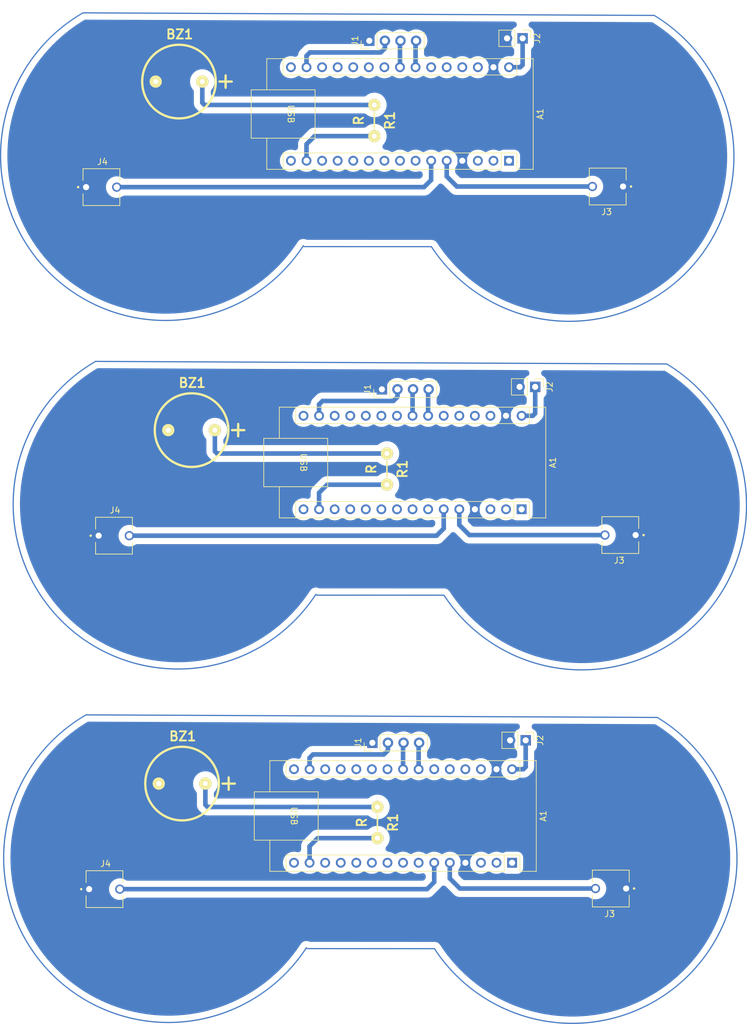
<source format=kicad_pcb>
(kicad_pcb (version 20221018) (generator pcbnew)
  (layers (0 "F.Cu" signal) (31 "B.Cu" signal) (34 "B.Paste" user) (35 "F.Paste" user) (36 "B.SilkS" user "B.Silkscreen") (37 "F.SilkS" user "F.Silkscreen") (38 "B.Mask" user) (39 "F.Mask" user) (44 "Edge.Cuts" user))
  (net 0 "")
  (net 4 "gnd")
  (net 5 "PULSADOR 1")
  (net 6 "PULSADOR 2")
  (net 14 "buzzer")
  (net 17 "3.3v")
  (net 23 "SCL")
  (net 24 "SDA")
  (net 29 "vcc")
  (net 30 "Net-(BZ1--)")
  (footprint "EESTN5:RES0.2" (layer "F.Cu") (at 103.775 153.8 90)
    (fp_text reference "R1" (at 0 2.54 90) (layer "F.SilkS") (effects (font (size 1.524 1.524) (thickness 0.3048))))
    (fp_text value "R" (at 0 -2.54 90) (layer "F.SilkS") (effects (font (size 1.524 1.524) (thickness 0.3048))))
    (fp_line (start -1.27 0) (end 1.27 0) (stroke (width 0.254)) (layer "F.SilkS"))
    (fp_circle (center -2.54 0) (end -2.159 0) (stroke (width 0.3048)) (fill none) (layer "F.SilkS"))
    (pad "1" thru_hole circle (at -2.54 0 90) (size 1.99898 1.99898) (drill 0.8001) (layers "*.Cu" "*.Mask" "F.SilkS") (net 14 "buzzer"))
    (pad "2" thru_hole circle (at 2.54 0 90) (size 1.99898 1.99898) (drill 0.8001) (layers "*.Cu" "*.Mask" "F.SilkS") (net 30 "Net-(BZ1--)"))
  )
  (footprint "Connector_PinHeader_2.54mm:PinHeader_1x02_P2.54mm_Vertical" (layer "F.Cu") (at 127.95 140.4 -90)
    (fp_text reference "J2" (at 0 -2.33 90) (layer "F.SilkS"))
    (fp_text value "Conn_01x02_Pin")
    (fp_line (start -1.33 -1.33) (end 0 -1.33) (stroke (width 0.12)) (layer "F.SilkS"))
    (fp_line (start -1.33 0) (end -1.33 -1.33) (stroke (width 0.12)) (layer "F.SilkS"))
    (fp_line (start -1.33 1.27) (end -1.33 3.87) (stroke (width 0.12)) (layer "F.SilkS"))
    (fp_line (start -1.33 1.27) (end 1.33 1.27) (stroke (width 0.12)) (layer "F.SilkS"))
    (fp_line (start -1.33 3.87) (end 1.33 3.87) (stroke (width 0.12)) (layer "F.SilkS"))
    (fp_line (start 1.33 1.27) (end 1.33 3.87) (stroke (width 0.12)) (layer "F.SilkS"))
    (pad "1" thru_hole rect (at 0 0 270) (size 1.7 1.7) (drill 1) (layers "*.Cu" "*.Mask") (net 29 "vcc"))
    (pad "2" thru_hole oval (at 0 2.54 270) (size 1.7 1.7) (drill 1) (layers "*.Cu" "*.Mask") (net 4 "gnd"))
  )
  (footprint "EESTN5:Buzzer_12mm" (layer "F.Cu") (at 71.925 147.45)
    (fp_text reference "BZ1" (at 0.1 -7.7) (layer "F.SilkS") (effects (font (size 1.5 1.5) (thickness 0.3))))
    (fp_text value "Buzzer" hide)
    (fp_line (start 6.6 0) (end 8.6 0) (stroke (width 0.37846)) (layer "F.SilkS"))
    (fp_line (start 7.6 1) (end 7.6 -1) (stroke (width 0.37846)) (layer "F.SilkS"))
    (fp_circle (center 0 0) (end -6 0) (stroke (width 0.37846)) (fill none) (layer "F.SilkS"))
    (pad "1" thru_hole circle (at 3.8 0) (size 2 2) (drill 0.8) (layers "*.Cu" "*.Mask" "F.SilkS") (net 30 "Net-(BZ1--)"))
    (pad "2" thru_hole circle (at -3.8 0) (size 2 2) (drill 0.8) (layers "*.Cu" "*.Mask" "F.SilkS") (net 4 "gnd"))
  )
  (footprint "BUTT-2:SW_BUTT-2" (layer "F.Cu") (at 60.825 107.05)
    (fp_text reference "J4" (at 0.175 -4.135) (layer "F.SilkS"))
    (fp_text value "Conn_02x01")
    (fp_line (start -3 -3) (end 3 -3) (stroke (width 0.127)) (layer "F.SilkS"))
    (fp_line (start -3 -1.075) (end -3 -3) (stroke (width 0.127)) (layer "F.SilkS"))
    (fp_line (start -3 3) (end -3 1.075) (stroke (width 0.127)) (layer "F.SilkS"))
    (fp_line (start 3 -3) (end 3 -1.075) (stroke (width 0.127)) (layer "F.SilkS"))
    (fp_line (start 3 1.075) (end 3 3) (stroke (width 0.127)) (layer "F.SilkS"))
    (fp_line (start 3 3) (end -3 3) (stroke (width 0.127)) (layer "F.SilkS"))
    (fp_circle (center -3.8 0) (end -3.7 0) (stroke (width 0.2)) (fill none) (layer "F.SilkS"))
    (pad "1" thru_hole circle (at -2.5 0) (size 1.508 1.508) (drill 1) (layers "*.Cu" "*.Mask") (net 4 "gnd"))
    (pad "2" thru_hole circle (at 2.5 0) (size 1.508 1.508) (drill 1) (layers "*.Cu" "*.Mask") (net 6 "PULSADOR 2"))
  )
  (footprint "Connector_PinHeader_2.54mm:PinHeader_1x02_P2.54mm_Vertical" (layer "F.Cu") (at 129.5 82.8 -90)
    (fp_text reference "J2" (at 0 -2.33 90) (layer "F.SilkS"))
    (fp_text value "Conn_01x02_Pin")
    (fp_line (start -1.33 -1.33) (end 0 -1.33) (stroke (width 0.12)) (layer "F.SilkS"))
    (fp_line (start -1.33 0) (end -1.33 -1.33) (stroke (width 0.12)) (layer "F.SilkS"))
    (fp_line (start -1.33 1.27) (end -1.33 3.87) (stroke (width 0.12)) (layer "F.SilkS"))
    (fp_line (start -1.33 1.27) (end 1.33 1.27) (stroke (width 0.12)) (layer "F.SilkS"))
    (fp_line (start -1.33 3.87) (end 1.33 3.87) (stroke (width 0.12)) (layer "F.SilkS"))
    (fp_line (start 1.33 1.27) (end 1.33 3.87) (stroke (width 0.12)) (layer "F.SilkS"))
    (pad "1" thru_hole rect (at 0 0 270) (size 1.7 1.7) (drill 1) (layers "*.Cu" "*.Mask") (net 29 "vcc"))
    (pad "2" thru_hole oval (at 0 2.54 270) (size 1.7 1.7) (drill 1) (layers "*.Cu" "*.Mask") (net 4 "gnd"))
  )
  (footprint "Connector_PinHeader_2.54mm:PinHeader_1x04_P2.54mm_Vertical" (layer "F.Cu") (at 102.455 26.4 90)
    (fp_text reference "J1" (at 0 -2.33 90) (layer "F.SilkS"))
    (fp_text value "Conn_01x04_Pin")
    (fp_line (start -1.33 -1.33) (end 0 -1.33) (stroke (width 0.12)) (layer "F.SilkS"))
    (fp_line (start -1.33 0) (end -1.33 -1.33) (stroke (width 0.12)) (layer "F.SilkS"))
    (fp_line (start -1.33 1.27) (end -1.33 8.95) (stroke (width 0.12)) (layer "F.SilkS"))
    (fp_line (start -1.33 1.27) (end 1.33 1.27) (stroke (width 0.12)) (layer "F.SilkS"))
    (fp_line (start -1.33 8.95) (end 1.33 8.95) (stroke (width 0.12)) (layer "F.SilkS"))
    (fp_line (start 1.33 1.27) (end 1.33 8.95) (stroke (width 0.12)) (layer "F.SilkS"))
    (pad "1" thru_hole rect (at 0 0 90) (size 1.7 1.7) (drill 1) (layers "*.Cu" "*.Mask") (net 4 "gnd"))
    (pad "2" thru_hole oval (at 0 2.54 90) (size 1.7 1.7) (drill 1) (layers "*.Cu" "*.Mask") (net 17 "3.3v"))
    (pad "3" thru_hole oval (at 0 5.08 90) (size 1.7 1.7) (drill 1) (layers "*.Cu" "*.Mask") (net 23 "SCL"))
    (pad "4" thru_hole oval (at 0 7.62 90) (size 1.7 1.7) (drill 1) (layers "*.Cu" "*.Mask") (net 24 "SDA"))
  )
  (footprint "Module:Arduino_Nano" (layer "F.Cu") (at 125.235 30.71 -90)
    (fp_text reference "A1" (at 7.62 -5.08 90) (layer "F.SilkS"))
    (fp_text value "Arduino_Nano_v2.x")
    (fp_text user "USB" (at 7.62 35.56 -90 unlocked) (layer "F.SilkS"))
    (fp_line (start -1.4 -3.94) (end 16.64 -3.94) (stroke (width 0.12)) (layer "F.SilkS"))
    (fp_line (start -1.4 39.5) (end -1.4 -3.94) (stroke (width 0.12)) (layer "F.SilkS"))
    (fp_line (start -1.4 39.5) (end 3.68 39.5) (stroke (width 0.12)) (layer "F.SilkS"))
    (fp_line (start 1.27 -1.27) (end -1.4 -1.27) (stroke (width 0.12)) (layer "F.SilkS"))
    (fp_line (start 1.27 -1.27) (end 1.27 36.83) (stroke (width 0.12)) (layer "F.SilkS"))
    (fp_line (start 1.27 36.83) (end -1.4 36.83) (stroke (width 0.12)) (layer "F.SilkS"))
    (fp_line (start 3.68 31.62) (end 3.68 42.04) (stroke (width 0.12)) (layer "F.SilkS"))
    (fp_line (start 3.68 42.04) (end 11.56 42.04) (stroke (width 0.12)) (layer "F.SilkS"))
    (fp_line (start 11.56 31.62) (end 3.68 31.62) (stroke (width 0.12)) (layer "F.SilkS"))
    (fp_line (start 11.56 42.04) (end 11.56 31.62) (stroke (width 0.12)) (layer "F.SilkS"))
    (fp_line (start 13.97 -1.27) (end 16.64 -1.27) (stroke (width 0.12)) (layer "F.SilkS"))
    (fp_line (start 13.97 1.27) (end 13.97 -1.27) (stroke (width 0.12)) (layer "F.SilkS"))
    (fp_line (start 13.97 1.27) (end 13.97 36.83) (stroke (width 0.12)) (layer "F.SilkS"))
    (fp_line (start 13.97 1.27) (end 16.64 1.27) (stroke (width 0.12)) (layer "F.SilkS"))
    (fp_line (start 13.97 36.83) (end 16.64 36.83) (stroke (width 0.12)) (layer "F.SilkS"))
    (fp_line (start 16.64 -3.94) (end 16.64 -1.27) (stroke (width 0.12)) (layer "F.SilkS"))
    (fp_line (start 16.64 1.27) (end 16.64 39.5) (stroke (width 0.12)) (layer "F.SilkS"))
    (fp_line (start 16.64 39.5) (end 11.56 39.5) (stroke (width 0.12)) (layer "F.SilkS"))
    (pad "1" thru_hole rect (at 15.24 0 270) (size 1.6 1.6) (drill 1) (layers "*.Cu" "*.Mask"))
    (pad "2" thru_hole oval (at 15.24 2.54 270) (size 1.6 1.6) (drill 1) (layers "*.Cu" "*.Mask"))
    (pad "3" thru_hole oval (at 15.24 5.08 270) (size 1.6 1.6) (drill 1) (layers "*.Cu" "*.Mask"))
    (pad "4" thru_hole oval (at 15.24 7.62 270) (size 1.6 1.6) (drill 1) (layers "*.Cu" "*.Mask") (net 4 "gnd"))
    (pad "5" thru_hole oval (at 15.24 10.16 270) (size 1.6 1.6) (drill 1) (layers "*.Cu" "*.Mask") (net 5 "PULSADOR 1"))
    (pad "6" thru_hole oval (at 15.24 12.7 270) (size 1.6 1.6) (drill 1) (layers "*.Cu" "*.Mask") (net 6 "PULSADOR 2"))
    (pad "7" thru_hole oval (at 15.24 15.24 270) (size 1.6 1.6) (drill 1) (layers "*.Cu" "*.Mask"))
    (pad "8" thru_hole oval (at 15.24 17.78 270) (size 1.6 1.6) (drill 1) (layers "*.Cu" "*.Mask"))
    (pad "9" thru_hole oval (at 15.24 20.32 270) (size 1.6 1.6) (drill 1) (layers "*.Cu" "*.Mask"))
    (pad "10" thru_hole oval (at 15.24 22.86 270) (size 1.6 1.6) (drill 1) (layers "*.Cu" "*.Mask"))
    (pad "11" thru_hole oval (at 15.24 25.4 270) (size 1.6 1.6) (drill 1) (layers "*.Cu" "*.Mask"))
    (pad "12" thru_hole oval (at 15.24 27.94 270) (size 1.6 1.6) (drill 1) (layers "*.Cu" "*.Mask"))
    (pad "13" thru_hole oval (at 15.24 30.48 270) (size 1.6 1.6) (drill 1) (layers "*.Cu" "*.Mask"))
    (pad "14" thru_hole oval (at 15.24 33.02 270) (size 1.6 1.6) (drill 1) (layers "*.Cu" "*.Mask") (net 14 "buzzer"))
    (pad "15" thru_hole oval (at 15.24 35.56 270) (size 1.6 1.6) (drill 1) (layers "*.Cu" "*.Mask"))
    (pad "16" thru_hole oval (at 0 35.56 270) (size 1.6 1.6) (drill 1) (layers "*.Cu" "*.Mask"))
    (pad "17" thru_hole oval (at 0 33.02 270) (size 1.6 1.6) (drill 1) (layers "*.Cu" "*.Mask") (net 17 "3.3v"))
    (pad "18" thru_hole oval (at 0 30.48 270) (size 1.6 1.6) (drill 1) (layers "*.Cu" "*.Mask"))
    (pad "19" thru_hole oval (at 0 27.94 270) (size 1.6 1.6) (drill 1) (layers "*.Cu" "*.Mask"))
    (pad "20" thru_hole oval (at 0 25.4 270) (size 1.6 1.6) (drill 1) (layers "*.Cu" "*.Mask"))
    (pad "21" thru_hole oval (at 0 22.86 270) (size 1.6 1.6) (drill 1) (layers "*.Cu" "*.Mask"))
    (pad "22" thru_hole oval (at 0 20.32 270) (size 1.6 1.6) (drill 1) (layers "*.Cu" "*.Mask"))
    (pad "23" thru_hole oval (at 0 17.78 270) (size 1.6 1.6) (drill 1) (layers "*.Cu" "*.Mask") (net 23 "SCL"))
    (pad "24" thru_hole oval (at 0 15.24 270) (size 1.6 1.6) (drill 1) (layers "*.Cu" "*.Mask") (net 24 "SDA"))
    (pad "25" thru_hole oval (at 0 12.7 270) (size 1.6 1.6) (drill 1) (layers "*.Cu" "*.Mask"))
    (pad "26" thru_hole oval (at 0 10.16 270) (size 1.6 1.6) (drill 1) (layers "*.Cu" "*.Mask"))
    (pad "27" thru_hole oval (at 0 7.62 270) (size 1.6 1.6) (drill 1) (layers "*.Cu" "*.Mask"))
    (pad "28" thru_hole oval (at 0 5.08 270) (size 1.6 1.6) (drill 1) (layers "*.Cu" "*.Mask"))
    (pad "29" thru_hole oval (at 0 2.54 270) (size 1.6 1.6) (drill 1) (layers "*.Cu" "*.Mask") (net 4 "gnd"))
    (pad "30" thru_hole oval (at 0 0 270) (size 1.6 1.6) (drill 1) (layers "*.Cu" "*.Mask") (net 29 "vcc"))
  )
  (footprint "EESTN5:RES0.2" (layer "F.Cu") (at 103.275 39.4 90)
    (fp_text reference "R1" (at 0 2.54 90) (layer "F.SilkS") (effects (font (size 1.524 1.524) (thickness 0.3048))))
    (fp_text value "R" (at 0 -2.54 90) (layer "F.SilkS") (effects (font (size 1.524 1.524) (thickness 0.3048))))
    (fp_line (start -1.27 0) (end 1.27 0) (stroke (width 0.254)) (layer "F.SilkS"))
    (fp_circle (center -2.54 0) (end -2.159 0) (stroke (width 0.3048)) (fill none) (layer "F.SilkS"))
    (pad "1" thru_hole circle (at -2.54 0 90) (size 1.99898 1.99898) (drill 0.8001) (layers "*.Cu" "*.Mask" "F.SilkS") (net 14 "buzzer"))
    (pad "2" thru_hole circle (at 2.54 0 90) (size 1.99898 1.99898) (drill 0.8001) (layers "*.Cu" "*.Mask" "F.SilkS") (net 30 "Net-(BZ1--)"))
  )
  (footprint "EESTN5:Buzzer_12mm" (layer "F.Cu") (at 71.425 33.05)
    (fp_text reference "BZ1" (at 0.1 -7.7) (layer "F.SilkS") (effects (font (size 1.5 1.5) (thickness 0.3))))
    (fp_text value "Buzzer" hide)
    (fp_line (start 6.6 0) (end 8.6 0) (stroke (width 0.37846)) (layer "F.SilkS"))
    (fp_line (start 7.6 1) (end 7.6 -1) (stroke (width 0.37846)) (layer "F.SilkS"))
    (fp_circle (center 0 0) (end -6 0) (stroke (width 0.37846)) (fill none) (layer "F.SilkS"))
    (pad "1" thru_hole circle (at 3.8 0) (size 2 2) (drill 0.8) (layers "*.Cu" "*.Mask" "F.SilkS") (net 30 "Net-(BZ1--)"))
    (pad "2" thru_hole circle (at -3.8 0) (size 2 2) (drill 0.8) (layers "*.Cu" "*.Mask" "F.SilkS") (net 4 "gnd"))
  )
  (footprint "BUTT-2:SW_BUTT-2" (layer "F.Cu") (at 58.775 50.25)
    (fp_text reference "J4" (at 0.175 -4.135) (layer "F.SilkS"))
    (fp_text value "Conn_02x01")
    (fp_line (start -3 -3) (end 3 -3) (stroke (width 0.127)) (layer "F.SilkS"))
    (fp_line (start -3 -1.075) (end -3 -3) (stroke (width 0.127)) (layer "F.SilkS"))
    (fp_line (start -3 3) (end -3 1.075) (stroke (width 0.127)) (layer "F.SilkS"))
    (fp_line (start 3 -3) (end 3 -1.075) (stroke (width 0.127)) (layer "F.SilkS"))
    (fp_line (start 3 1.075) (end 3 3) (stroke (width 0.127)) (layer "F.SilkS"))
    (fp_line (start 3 3) (end -3 3) (stroke (width 0.127)) (layer "F.SilkS"))
    (fp_circle (center -3.8 0) (end -3.7 0) (stroke (width 0.2)) (fill none) (layer "F.SilkS"))
    (pad "1" thru_hole circle (at -2.5 0) (size 1.508 1.508) (drill 1) (layers "*.Cu" "*.Mask") (net 4 "gnd"))
    (pad "2" thru_hole circle (at 2.5 0) (size 1.508 1.508) (drill 1) (layers "*.Cu" "*.Mask") (net 6 "PULSADOR 2"))
  )
  (footprint "EESTN5:RES0.2" (layer "F.Cu") (at 105.325 96.2 90)
    (fp_text reference "R1" (at 0 2.54 90) (layer "F.SilkS") (effects (font (size 1.524 1.524) (thickness 0.3048))))
    (fp_text value "R" (at 0 -2.54 90) (layer "F.SilkS") (effects (font (size 1.524 1.524) (thickness 0.3048))))
    (fp_line (start -1.27 0) (end 1.27 0) (stroke (width 0.254)) (layer "F.SilkS"))
    (fp_circle (center -2.54 0) (end -2.159 0) (stroke (width 0.3048)) (fill none) (layer "F.SilkS"))
    (pad "1" thru_hole circle (at -2.54 0 90) (size 1.99898 1.99898) (drill 0.8001) (layers "*.Cu" "*.Mask" "F.SilkS") (net 14 "buzzer"))
    (pad "2" thru_hole circle (at 2.54 0 90) (size 1.99898 1.99898) (drill 0.8001) (layers "*.Cu" "*.Mask" "F.SilkS") (net 30 "Net-(BZ1--)"))
  )
  (footprint "Connector_PinHeader_2.54mm:PinHeader_1x02_P2.54mm_Vertical" (layer "F.Cu") (at 127.45 26 -90)
    (fp_text reference "J2" (at 0 -2.33 90) (layer "F.SilkS"))
    (fp_text value "Conn_01x02_Pin")
    (fp_line (start -1.33 -1.33) (end 0 -1.33) (stroke (width 0.12)) (layer "F.SilkS"))
    (fp_line (start -1.33 0) (end -1.33 -1.33) (stroke (width 0.12)) (layer "F.SilkS"))
    (fp_line (start -1.33 1.27) (end -1.33 3.87) (stroke (width 0.12)) (layer "F.SilkS"))
    (fp_line (start -1.33 1.27) (end 1.33 1.27) (stroke (width 0.12)) (layer "F.SilkS"))
    (fp_line (start -1.33 3.87) (end 1.33 3.87) (stroke (width 0.12)) (layer "F.SilkS"))
    (fp_line (start 1.33 1.27) (end 1.33 3.87) (stroke (width 0.12)) (layer "F.SilkS"))
    (pad "1" thru_hole rect (at 0 0 270) (size 1.7 1.7) (drill 1) (layers "*.Cu" "*.Mask") (net 29 "vcc"))
    (pad "2" thru_hole oval (at 0 2.54 270) (size 1.7 1.7) (drill 1) (layers "*.Cu" "*.Mask") (net 4 "gnd"))
  )
  (footprint "BUTT-2:SW_BUTT-2" (layer "F.Cu") (at 59.275 164.65)
    (fp_text reference "J4" (at 0.175 -4.135) (layer "F.SilkS"))
    (fp_text value "Conn_02x01")
    (fp_line (start -3 -3) (end 3 -3) (stroke (width 0.127)) (layer "F.SilkS"))
    (fp_line (start -3 -1.075) (end -3 -3) (stroke (width 0.127)) (layer "F.SilkS"))
    (fp_line (start -3 3) (end -3 1.075) (stroke (width 0.127)) (layer "F.SilkS"))
    (fp_line (start 3 -3) (end 3 -1.075) (stroke (width 0.127)) (layer "F.SilkS"))
    (fp_line (start 3 1.075) (end 3 3) (stroke (width 0.127)) (layer "F.SilkS"))
    (fp_line (start 3 3) (end -3 3) (stroke (width 0.127)) (layer "F.SilkS"))
    (fp_circle (center -3.8 0) (end -3.7 0) (stroke (width 0.2)) (fill none) (layer "F.SilkS"))
    (pad "1" thru_hole circle (at -2.5 0) (size 1.508 1.508) (drill 1) (layers "*.Cu" "*.Mask") (net 4 "gnd"))
    (pad "2" thru_hole circle (at 2.5 0) (size 1.508 1.508) (drill 1) (layers "*.Cu" "*.Mask") (net 6 "PULSADOR 2"))
  )
  (footprint "BUTT-2:SW_BUTT-2" (layer "F.Cu") (at 141.325 50.15 180)
    (fp_text reference "J3" (at 0.175 -4.135) (layer "F.SilkS"))
    (fp_text value "Conn_02x01")
    (fp_line (start -3 -3) (end 3 -3) (stroke (width 0.127)) (layer "F.SilkS"))
    (fp_line (start -3 -1.075) (end -3 -3) (stroke (width 0.127)) (layer "F.SilkS"))
    (fp_line (start -3 3) (end -3 1.075) (stroke (width 0.127)) (layer "F.SilkS"))
    (fp_line (start 3 -3) (end 3 -1.075) (stroke (width 0.127)) (layer "F.SilkS"))
    (fp_line (start 3 1.075) (end 3 3) (stroke (width 0.127)) (layer "F.SilkS"))
    (fp_line (start 3 3) (end -3 3) (stroke (width 0.127)) (layer "F.SilkS"))
    (fp_circle (center -3.8 0) (end -3.7 0) (stroke (width 0.2)) (fill none) (layer "F.SilkS"))
    (pad "1" thru_hole circle (at -2.5 0 180) (size 1.508 1.508) (drill 1) (layers "*.Cu" "*.Mask") (net 4 "gnd"))
    (pad "2" thru_hole circle (at 2.5 0 180) (size 1.508 1.508) (drill 1) (layers "*.Cu" "*.Mask") (net 5 "PULSADOR 1"))
  )
  (footprint "EESTN5:Buzzer_12mm" (layer "F.Cu") (at 73.475 89.85)
    (fp_text reference "BZ1" (at 0.1 -7.7) (layer "F.SilkS") (effects (font (size 1.5 1.5) (thickness 0.3))))
    (fp_text value "Buzzer" hide)
    (fp_line (start 6.6 0) (end 8.6 0) (stroke (width 0.37846)) (layer "F.SilkS"))
    (fp_line (start 7.6 1) (end 7.6 -1) (stroke (width 0.37846)) (layer "F.SilkS"))
    (fp_circle (center 0 0) (end -6 0) (stroke (width 0.37846)) (fill none) (layer "F.SilkS"))
    (pad "1" thru_hole circle (at 3.8 0) (size 2 2) (drill 0.8) (layers "*.Cu" "*.Mask" "F.SilkS") (net 30 "Net-(BZ1--)"))
    (pad "2" thru_hole circle (at -3.8 0) (size 2 2) (drill 0.8) (layers "*.Cu" "*.Mask" "F.SilkS") (net 4 "gnd"))
  )
  (footprint "Connector_PinHeader_2.54mm:PinHeader_1x04_P2.54mm_Vertical" (layer "F.Cu") (at 104.505 83.2 90)
    (fp_text reference "J1" (at 0 -2.33 90) (layer "F.SilkS"))
    (fp_text value "Conn_01x04_Pin")
    (fp_line (start -1.33 -1.33) (end 0 -1.33) (stroke (width 0.12)) (layer "F.SilkS"))
    (fp_line (start -1.33 0) (end -1.33 -1.33) (stroke (width 0.12)) (layer "F.SilkS"))
    (fp_line (start -1.33 1.27) (end -1.33 8.95) (stroke (width 0.12)) (layer "F.SilkS"))
    (fp_line (start -1.33 1.27) (end 1.33 1.27) (stroke (width 0.12)) (layer "F.SilkS"))
    (fp_line (start -1.33 8.95) (end 1.33 8.95) (stroke (width 0.12)) (layer "F.SilkS"))
    (fp_line (start 1.33 1.27) (end 1.33 8.95) (stroke (width 0.12)) (layer "F.SilkS"))
    (pad "1" thru_hole rect (at 0 0 90) (size 1.7 1.7) (drill 1) (layers "*.Cu" "*.Mask") (net 4 "gnd"))
    (pad "2" thru_hole oval (at 0 2.54 90) (size 1.7 1.7) (drill 1) (layers "*.Cu" "*.Mask") (net 17 "3.3v"))
    (pad "3" thru_hole oval (at 0 5.08 90) (size 1.7 1.7) (drill 1) (layers "*.Cu" "*.Mask") (net 23 "SCL"))
    (pad "4" thru_hole oval (at 0 7.62 90) (size 1.7 1.7) (drill 1) (layers "*.Cu" "*.Mask") (net 24 "SDA"))
  )
  (footprint "BUTT-2:SW_BUTT-2" (layer "F.Cu") (at 141.825 164.55 180)
    (fp_text reference "J3" (at 0.175 -4.135) (layer "F.SilkS"))
    (fp_text value "Conn_02x01")
    (fp_line (start -3 -3) (end 3 -3) (stroke (width 0.127)) (layer "F.SilkS"))
    (fp_line (start -3 -1.075) (end -3 -3) (stroke (width 0.127)) (layer "F.SilkS"))
    (fp_line (start -3 3) (end -3 1.075) (stroke (width 0.127)) (layer "F.SilkS"))
    (fp_line (start 3 -3) (end 3 -1.075) (stroke (width 0.127)) (layer "F.SilkS"))
    (fp_line (start 3 1.075) (end 3 3) (stroke (width 0.127)) (layer "F.SilkS"))
    (fp_line (start 3 3) (end -3 3) (stroke (width 0.127)) (layer "F.SilkS"))
    (fp_circle (center -3.8 0) (end -3.7 0) (stroke (width 0.2)) (fill none) (layer "F.SilkS"))
    (pad "1" thru_hole circle (at -2.5 0 180) (size 1.508 1.508) (drill 1) (layers "*.Cu" "*.Mask") (net 4 "gnd"))
    (pad "2" thru_hole circle (at 2.5 0 180) (size 1.508 1.508) (drill 1) (layers "*.Cu" "*.Mask") (net 5 "PULSADOR 1"))
  )
  (footprint "Module:Arduino_Nano" (layer "F.Cu") (at 125.735 145.11 -90)
    (fp_text reference "A1" (at 7.62 -5.08 90) (layer "F.SilkS"))
    (fp_text value "Arduino_Nano_v2.x")
    (fp_text user "USB" (at 7.62 35.56 -90 unlocked) (layer "F.SilkS"))
    (fp_line (start -1.4 -3.94) (end 16.64 -3.94) (stroke (width 0.12)) (layer "F.SilkS"))
    (fp_line (start -1.4 39.5) (end -1.4 -3.94) (stroke (width 0.12)) (layer "F.SilkS"))
    (fp_line (start -1.4 39.5) (end 3.68 39.5) (stroke (width 0.12)) (layer "F.SilkS"))
    (fp_line (start 1.27 -1.27) (end -1.4 -1.27) (stroke (width 0.12)) (layer "F.SilkS"))
    (fp_line (start 1.27 -1.27) (end 1.27 36.83) (stroke (width 0.12)) (layer "F.SilkS"))
    (fp_line (start 1.27 36.83) (end -1.4 36.83) (stroke (width 0.12)) (layer "F.SilkS"))
    (fp_line (start 3.68 31.62) (end 3.68 42.04) (stroke (width 0.12)) (layer "F.SilkS"))
    (fp_line (start 3.68 42.04) (end 11.56 42.04) (stroke (width 0.12)) (layer "F.SilkS"))
    (fp_line (start 11.56 31.62) (end 3.68 31.62) (stroke (width 0.12)) (layer "F.SilkS"))
    (fp_line (start 11.56 42.04) (end 11.56 31.62) (stroke (width 0.12)) (layer "F.SilkS"))
    (fp_line (start 13.97 -1.27) (end 16.64 -1.27) (stroke (width 0.12)) (layer "F.SilkS"))
    (fp_line (start 13.97 1.27) (end 13.97 -1.27) (stroke (width 0.12)) (layer "F.SilkS"))
    (fp_line (start 13.97 1.27) (end 13.97 36.83) (stroke (width 0.12)) (layer "F.SilkS"))
    (fp_line (start 13.97 1.27) (end 16.64 1.27) (stroke (width 0.12)) (layer "F.SilkS"))
    (fp_line (start 13.97 36.83) (end 16.64 36.83) (stroke (width 0.12)) (layer "F.SilkS"))
    (fp_line (start 16.64 -3.94) (end 16.64 -1.27) (stroke (width 0.12)) (layer "F.SilkS"))
    (fp_line (start 16.64 1.27) (end 16.64 39.5) (stroke (width 0.12)) (layer "F.SilkS"))
    (fp_line (start 16.64 39.5) (end 11.56 39.5) (stroke (width 0.12)) (layer "F.SilkS"))
    (pad "1" thru_hole rect (at 15.24 0 270) (size 1.6 1.6) (drill 1) (layers "*.Cu" "*.Mask"))
    (pad "2" thru_hole oval (at 15.24 2.54 270) (size 1.6 1.6) (drill 1) (layers "*.Cu" "*.Mask"))
    (pad "3" thru_hole oval (at 15.24 5.08 270) (size 1.6 1.6) (drill 1) (layers "*.Cu" "*.Mask"))
    (pad "4" thru_hole oval (at 15.24 7.62 270) (size 1.6 1.6) (drill 1) (layers "*.Cu" "*.Mask") (net 4 "gnd"))
    (pad "5" thru_hole oval (at 15.24 10.16 270) (size 1.6 1.6) (drill 1) (layers "*.Cu" "*.Mask") (net 5 "PULSADOR 1"))
    (pad "6" thru_hole oval (at 15.24 12.7 270) (size 1.6 1.6) (drill 1) (layers "*.Cu" "*.Mask") (net 6 "PULSADOR 2"))
    (pad "7" thru_hole oval (at 15.24 15.24 270) (size 1.6 1.6) (drill 1) (layers "*.Cu" "*.Mask"))
    (pad "8" thru_hole oval (at 15.24 17.78 270) (size 1.6 1.6) (drill 1) (layers "*.Cu" "*.Mask"))
    (pad "9" thru_hole oval (at 15.24 20.32 270) (size 1.6 1.6) (drill 1) (layers "*.Cu" "*.Mask"))
    (pad "10" thru_hole oval (at 15.24 22.86 270) (size 1.6 1.6) (drill 1) (layers "*.Cu" "*.Mask"))
    (pad "11" thru_hole oval (at 15.24 25.4 270) (size 1.6 1.6) (drill 1) (layers "*.Cu" "*.Mask"))
    (pad "12" thru_hole oval (at 15.24 27.94 270) (size 1.6 1.6) (drill 1) (layers "*.Cu" "*.Mask"))
    (pad "13" thru_hole oval (at 15.24 30.48 270) (size 1.6 1.6) (drill 1) (layers "*.Cu" "*.Mask"))
    (pad "14" thru_hole oval (at 15.24 33.02 270) (size 1.6 1.6) (drill 1) (layers "*.Cu" "*.Mask") (net 14 "buzzer"))
    (pad "15" thru_hole oval (at 15.24 35.56 270) (size 1.6 1.6) (drill 1) (layers "*.Cu" "*.Mask"))
    (pad "16" thru_hole oval (at 0 35.56 270) (size 1.6 1.6) (drill 1) (layers "*.Cu" "*.Mask"))
    (pad "17" thru_hole oval (at 0 33.02 270) (size 1.6 1.6) (drill 1) (layers "*.Cu" "*.Mask") (net 17 "3.3v"))
    (pad "18" thru_hole oval (at 0 30.48 270) (size 1.6 1.6) (drill 1) (layers "*.Cu" "*.Mask"))
    (pad "19" thru_hole oval (at 0 27.94 270) (size 1.6 1.6) (drill 1) (layers "*.Cu" "*.Mask"))
    (pad "20" thru_hole oval (at 0 25.4 270) (size 1.6 1.6) (drill 1) (layers "*.Cu" "*.Mask"))
    (pad "21" thru_hole oval (at 0 22.86 270) (size 1.6 1.6) (drill 1) (layers "*.Cu" "*.Mask"))
    (pad "22" thru_hole oval (at 0 20.32 270) (size 1.6 1.6) (drill 1) (layers "*.Cu" "*.Mask"))
    (pad "23" thru_hole oval (at 0 17.78 270) (size 1.6 1.6) (drill 1) (layers "*.Cu" "*.Mask") (net 23 "SCL"))
    (pad "24" thru_hole oval (at 0 15.24 270) (size 1.6 1.6) (drill 1) (layers "*.Cu" "*.Mask") (net 24 "SDA"))
    (pad "25" thru_hole oval (at 0 12.7 270) (size 1.6 1.6) (drill 1) (layers "*.Cu" "*.Mask"))
    (pad "26" thru_hole oval (at 0 10.16 270) (size 1.6 1.6) (drill 1) (layers "*.Cu" "*.Mask"))
    (pad "27" thru_hole oval (at 0 7.62 270) (size 1.6 1.6) (drill 1) (layers "*.Cu" "*.Mask"))
    (pad "28" thru_hole oval (at 0 5.08 270) (size 1.6 1.6) (drill 1) (layers "*.Cu" "*.Mask"))
    (pad "29" thru_hole oval (at 0 2.54 270) (size 1.6 1.6) (drill 1) (layers "*.Cu" "*.Mask") (net 4 "gnd"))
    (pad "30" thru_hole oval (at 0 0 270) (size 1.6 1.6) (drill 1) (layers "*.Cu" "*.Mask") (net 29 "vcc"))
  )
  (footprint "Connector_PinHeader_2.54mm:PinHeader_1x04_P2.54mm_Vertical" (layer "F.Cu") (at 102.955 140.8 90)
    (fp_text reference "J1" (at 0 -2.33 90) (layer "F.SilkS"))
    (fp_text value "Conn_01x04_Pin")
    (fp_line (start -1.33 -1.33) (end 0 -1.33) (stroke (width 0.12)) (layer "F.SilkS"))
    (fp_line (start -1.33 0) (end -1.33 -1.33) (stroke (width 0.12)) (layer "F.SilkS"))
    (fp_line (start -1.33 1.27) (end -1.33 8.95) (stroke (width 0.12)) (layer "F.SilkS"))
    (fp_line (start -1.33 1.27) (end 1.33 1.27) (stroke (width 0.12)) (layer "F.SilkS"))
    (fp_line (start -1.33 8.95) (end 1.33 8.95) (stroke (width 0.12)) (layer "F.SilkS"))
    (fp_line (start 1.33 1.27) (end 1.33 8.95) (stroke (width 0.12)) (layer "F.SilkS"))
    (pad "1" thru_hole rect (at 0 0 90) (size 1.7 1.7) (drill 1) (layers "*.Cu" "*.Mask") (net 4 "gnd"))
    (pad "2" thru_hole oval (at 0 2.54 90) (size 1.7 1.7) (drill 1) (layers "*.Cu" "*.Mask") (net 17 "3.3v"))
    (pad "3" thru_hole oval (at 0 5.08 90) (size 1.7 1.7) (drill 1) (layers "*.Cu" "*.Mask") (net 23 "SCL"))
    (pad "4" thru_hole oval (at 0 7.62 90) (size 1.7 1.7) (drill 1) (layers "*.Cu" "*.Mask") (net 24 "SDA"))
  )
  (footprint "Module:Arduino_Nano" (layer "F.Cu") (at 127.285 87.51 -90)
    (fp_text reference "A1" (at 7.62 -5.08 90) (layer "F.SilkS"))
    (fp_text value "Arduino_Nano_v2.x")
    (fp_text user "USB" (at 7.62 35.56 -90 unlocked) (layer "F.SilkS"))
    (fp_line (start -1.4 -3.94) (end 16.64 -3.94) (stroke (width 0.12)) (layer "F.SilkS"))
    (fp_line (start -1.4 39.5) (end -1.4 -3.94) (stroke (width 0.12)) (layer "F.SilkS"))
    (fp_line (start -1.4 39.5) (end 3.68 39.5) (stroke (width 0.12)) (layer "F.SilkS"))
    (fp_line (start 1.27 -1.27) (end -1.4 -1.27) (stroke (width 0.12)) (layer "F.SilkS"))
    (fp_line (start 1.27 -1.27) (end 1.27 36.83) (stroke (width 0.12)) (layer "F.SilkS"))
    (fp_line (start 1.27 36.83) (end -1.4 36.83) (stroke (width 0.12)) (layer "F.SilkS"))
    (fp_line (start 3.68 31.62) (end 3.68 42.04) (stroke (width 0.12)) (layer "F.SilkS"))
    (fp_line (start 3.68 42.04) (end 11.56 42.04) (stroke (width 0.12)) (layer "F.SilkS"))
    (fp_line (start 11.56 31.62) (end 3.68 31.62) (stroke (width 0.12)) (layer "F.SilkS"))
    (fp_line (start 11.56 42.04) (end 11.56 31.62) (stroke (width 0.12)) (layer "F.SilkS"))
    (fp_line (start 13.97 -1.27) (end 16.64 -1.27) (stroke (width 0.12)) (layer "F.SilkS"))
    (fp_line (start 13.97 1.27) (end 13.97 -1.27) (stroke (width 0.12)) (layer "F.SilkS"))
    (fp_line (start 13.97 1.27) (end 13.97 36.83) (stroke (width 0.12)) (layer "F.SilkS"))
    (fp_line (start 13.97 1.27) (end 16.64 1.27) (stroke (width 0.12)) (layer "F.SilkS"))
    (fp_line (start 13.97 36.83) (end 16.64 36.83) (stroke (width 0.12)) (layer "F.SilkS"))
    (fp_line (start 16.64 -3.94) (end 16.64 -1.27) (stroke (width 0.12)) (layer "F.SilkS"))
    (fp_line (start 16.64 1.27) (end 16.64 39.5) (stroke (width 0.12)) (layer "F.SilkS"))
    (fp_line (start 16.64 39.5) (end 11.56 39.5) (stroke (width 0.12)) (layer "F.SilkS"))
    (pad "1" thru_hole rect (at 15.24 0 270) (size 1.6 1.6) (drill 1) (layers "*.Cu" "*.Mask"))
    (pad "2" thru_hole oval (at 15.24 2.54 270) (size 1.6 1.6) (drill 1) (layers "*.Cu" "*.Mask"))
    (pad "3" thru_hole oval (at 15.24 5.08 270) (size 1.6 1.6) (drill 1) (layers "*.Cu" "*.Mask"))
    (pad "4" thru_hole oval (at 15.24 7.62 270) (size 1.6 1.6) (drill 1) (layers "*.Cu" "*.Mask") (net 4 "gnd"))
    (pad "5" thru_hole oval (at 15.24 10.16 270) (size 1.6 1.6) (drill 1) (layers "*.Cu" "*.Mask") (net 5 "PULSADOR 1"))
    (pad "6" thru_hole oval (at 15.24 12.7 270) (size 1.6 1.6) (drill 1) (layers "*.Cu" "*.Mask") (net 6 "PULSADOR 2"))
    (pad "7" thru_hole oval (at 15.24 15.24 270) (size 1.6 1.6) (drill 1) (layers "*.Cu" "*.Mask"))
    (pad "8" thru_hole oval (at 15.24 17.78 270) (size 1.6 1.6) (drill 1) (layers "*.Cu" "*.Mask"))
    (pad "9" thru_hole oval (at 15.24 20.32 270) (size 1.6 1.6) (drill 1) (layers "*.Cu" "*.Mask"))
    (pad "10" thru_hole oval (at 15.24 22.86 270) (size 1.6 1.6) (drill 1) (layers "*.Cu" "*.Mask"))
    (pad "11" thru_hole oval (at 15.24 25.4 270) (size 1.6 1.6) (drill 1) (layers "*.Cu" "*.Mask"))
    (pad "12" thru_hole oval (at 15.24 27.94 270) (size 1.6 1.6) (drill 1) (layers "*.Cu" "*.Mask"))
    (pad "13" thru_hole oval (at 15.24 30.48 270) (size 1.6 1.6) (drill 1) (layers "*.Cu" "*.Mask"))
    (pad "14" thru_hole oval (at 15.24 33.02 270) (size 1.6 1.6) (drill 1) (layers "*.Cu" "*.Mask") (net 14 "buzzer"))
    (pad "15" thru_hole oval (at 15.24 35.56 270) (size 1.6 1.6) (drill 1) (layers "*.Cu" "*.Mask"))
    (pad "16" thru_hole oval (at 0 35.56 270) (size 1.6 1.6) (drill 1) (layers "*.Cu" "*.Mask"))
    (pad "17" thru_hole oval (at 0 33.02 270) (size 1.6 1.6) (drill 1) (layers "*.Cu" "*.Mask") (net 17 "3.3v"))
    (pad "18" thru_hole oval (at 0 30.48 270) (size 1.6 1.6) (drill 1) (layers "*.Cu" "*.Mask"))
    (pad "19" thru_hole oval (at 0 27.94 270) (size 1.6 1.6) (drill 1) (layers "*.Cu" "*.Mask"))
    (pad "20" thru_hole oval (at 0 25.4 270) (size 1.6 1.6) (drill 1) (layers "*.Cu" "*.Mask"))
    (pad "21" thru_hole oval (at 0 22.86 270) (size 1.6 1.6) (drill 1) (layers "*.Cu" "*.Mask"))
    (pad "22" thru_hole oval (at 0 20.32 270) (size 1.6 1.6) (drill 1) (layers "*.Cu" "*.Mask"))
    (pad "23" thru_hole oval (at 0 17.78 270) (size 1.6 1.6) (drill 1) (layers "*.Cu" "*.Mask") (net 23 "SCL"))
    (pad "24" thru_hole oval (at 0 15.24 270) (size 1.6 1.6) (drill 1) (layers "*.Cu" "*.Mask") (net 24 "SDA"))
    (pad "25" thru_hole oval (at 0 12.7 270) (size 1.6 1.6) (drill 1) (layers "*.Cu" "*.Mask"))
    (pad "26" thru_hole oval (at 0 10.16 270) (size 1.6 1.6) (drill 1) (layers "*.Cu" "*.Mask"))
    (pad "27" thru_hole oval (at 0 7.62 270) (size 1.6 1.6) (drill 1) (layers "*.Cu" "*.Mask"))
    (pad "28" thru_hole oval (at 0 5.08 270) (size 1.6 1.6) (drill 1) (layers "*.Cu" "*.Mask"))
    (pad "29" thru_hole oval (at 0 2.54 270) (size 1.6 1.6) (drill 1) (layers "*.Cu" "*.Mask") (net 4 "gnd"))
    (pad "30" thru_hole oval (at 0 0 270) (size 1.6 1.6) (drill 1) (layers "*.Cu" "*.Mask") (net 29 "vcc"))
  )
  (footprint "BUTT-2:SW_BUTT-2" (layer "F.Cu") (at 143.375 106.95 180)
    (fp_text reference "J3" (at 0.175 -4.135) (layer "F.SilkS"))
    (fp_text value "Conn_02x01")
    (fp_line (start -3 -3) (end 3 -3) (stroke (width 0.127)) (layer "F.SilkS"))
    (fp_line (start -3 -1.075) (end -3 -3) (stroke (width 0.127)) (layer "F.SilkS"))
    (fp_line (start -3 3) (end -3 1.075) (stroke (width 0.127)) (layer "F.SilkS"))
    (fp_line (start 3 -3) (end 3 -1.075) (stroke (width 0.127)) (layer "F.SilkS"))
    (fp_line (start 3 1.075) (end 3 3) (stroke (width 0.127)) (layer "F.SilkS"))
    (fp_line (start 3 3) (end -3 3) (stroke (width 0.127)) (layer "F.SilkS"))
    (fp_circle (center -3.8 0) (end -3.7 0) (stroke (width 0.2)) (fill none) (layer "F.SilkS"))
    (pad "1" thru_hole circle (at -2.5 0 180) (size 1.508 1.508) (drill 1) (layers "*.Cu" "*.Mask") (net 4 "gnd"))
    (pad "2" thru_hole circle (at 2.5 0 180) (size 1.508 1.508) (drill 1) (layers "*.Cu" "*.Mask") (net 5 "PULSADOR 1"))
  )
  (gr_line (start 56.275 136.25) (end 149.404157 136.669744) (stroke (width 0.2)) (layer "B.Cu"))
  (gr_arc (start 150.954157 79.069744) (mid 156.432014 120.704562) (end 114.625 116.75) (stroke (width 0.2)) (layer "B.Cu"))
  (gr_line (start 57.825 78.65) (end 150.954157 79.069744) (stroke (width 0.2)) (layer "B.Cu"))
  (gr_arc (start 148.904157 22.269744) (mid 154.382014 63.904562) (end 112.575 59.95) (stroke (width 0.2)) (layer "B.Cu"))
  (gr_arc (start 93.743759 116.60311) (mid 51.742754 120.379513) (end 57.825 78.650001) (stroke (width 0.2)) (layer "B.Cu"))
  (gr_line (start 91.81911 59.941051) (end 112.575 59.95) (stroke (width 0.2)) (layer "B.Cu"))
  (gr_arc (start 149.404157 136.669744) (mid 154.882014 178.304562) (end 113.075 174.35) (stroke (width 0.2)) (layer "B.Cu"))
  (gr_line (start 93.86911 116.741051) (end 114.625 116.75) (stroke (width 0.2)) (layer "B.Cu"))
  (gr_line (start 55.775 21.85) (end 148.904157 22.269744) (stroke (width 0.2)) (layer "B.Cu"))
  (gr_arc (start 91.693759 59.80311) (mid 49.692753 63.579511) (end 55.775 21.850001) (stroke (width 0.2)) (layer "B.Cu"))
  (gr_line (start 92.31911 174.341051) (end 113.075 174.35) (stroke (width 0.2)) (layer "B.Cu"))
  (gr_arc (start 92.193759 174.20311) (mid 50.192753 177.979511) (end 56.275 136.250001) (stroke (width 0.2)) (layer "B.Cu"))
  (segment (start 138.825 50.15) (end 116.725 50.15) (width 0.75) (layer "B.Cu") (net 5))
  (segment (start 140.875 106.95) (end 118.775 106.95) (width 0.75) (layer "B.Cu") (net 5))
  (segment (start 117.225 164.55) (end 115.575 162.9) (width 0.75) (layer "B.Cu") (net 5))
  (segment (start 118.775 106.95) (end 117.125 105.3) (width 0.75) (layer "B.Cu") (net 5))
  (segment (start 117.125 105.3) (end 117.125 102.75) (width 0.75) (layer "B.Cu") (net 5))
  (segment (start 115.075 48.5) (end 115.075 45.95) (width 0.75) (layer "B.Cu") (net 5))
  (segment (start 116.725 50.15) (end 115.075 48.5) (width 0.75) (layer "B.Cu") (net 5))
  (segment (start 115.575 162.9) (end 115.575 160.35) (width 0.75) (layer "B.Cu") (net 5))
  (segment (start 139.325 164.55) (end 117.225 164.55) (width 0.75) (layer "B.Cu") (net 5))
  (segment (start 112.535 49.09) (end 112.535 45.95) (width 0.75) (layer "B.Cu") (net 6))
  (segment (start 61.275 50.25) (end 111.375 50.25) (width 0.75) (layer "B.Cu") (net 6))
  (segment (start 114.585 105.89) (end 114.585 102.75) (width 0.75) (layer "B.Cu") (net 6))
  (segment (start 113.035 163.49) (end 113.035 160.35) (width 0.75) (layer "B.Cu") (net 6))
  (segment (start 61.775 164.65) (end 111.875 164.65) (width 0.75) (layer "B.Cu") (net 6))
  (segment (start 111.375 50.25) (end 112.535 49.09) (width 0.75) (layer "B.Cu") (net 6))
  (segment (start 113.425 107.05) (end 114.585 105.89) (width 0.75) (layer "B.Cu") (net 6))
  (segment (start 63.325 107.05) (end 113.425 107.05) (width 0.75) (layer "B.Cu") (net 6))
  (segment (start 111.875 164.65) (end 113.035 163.49) (width 0.75) (layer "B.Cu") (net 6))
  (segment (start 92.715 157.66) (end 94.035 156.34) (width 0.75) (layer "B.Cu") (net 14))
  (segment (start 94.265 102.75) (end 94.265 100.06) (width 0.75) (layer "B.Cu") (net 14))
  (segment (start 94.265 100.06) (end 95.585 98.74) (width 0.75) (layer "B.Cu") (net 14))
  (segment (start 92.215 43.26) (end 93.535 41.94) (width 0.75) (layer "B.Cu") (net 14))
  (segment (start 95.585 98.74) (end 105.325 98.74) (width 0.75) (layer "B.Cu") (net 14))
  (segment (start 92.215 45.95) (end 92.215 43.26) (width 0.75) (layer "B.Cu") (net 14))
  (segment (start 94.035 156.34) (end 103.775 156.34) (width 0.75) (layer "B.Cu") (net 14))
  (segment (start 92.715 160.35) (end 92.715 157.66) (width 0.75) (layer "B.Cu") (net 14))
  (segment (start 93.535 41.94) (end 103.275 41.94) (width 0.75) (layer "B.Cu") (net 14))
  (segment (start 92.775 28.3) (end 104.325 28.3) (width 0.75) (layer "B.Cu") (net 17))
  (segment (start 104.825 142.7) (end 105.495 142.03) (width 0.75) (layer "B.Cu") (net 17))
  (segment (start 92.715 143.26) (end 93.275 142.7) (width 0.75) (layer "B.Cu") (net 17))
  (segment (start 92.215 28.86) (end 92.775 28.3) (width 0.75) (layer "B.Cu") (net 17))
  (segment (start 105.495 142.03) (end 105.495 140.8) (width 0.75) (layer "B.Cu") (net 17))
  (segment (start 104.995 27.63) (end 104.995 26.4) (width 0.75) (layer "B.Cu") (net 17))
  (segment (start 104.325 28.3) (end 104.995 27.63) (width 0.75) (layer "B.Cu") (net 17))
  (segment (start 94.265 87.51) (end 94.265 85.66) (width 0.75) (layer "B.Cu") (net 17))
  (segment (start 93.275 142.7) (end 104.825 142.7) (width 0.75) (layer "B.Cu") (net 17))
  (segment (start 107.045 84.43) (end 107.045 83.2) (width 0.75) (layer "B.Cu") (net 17))
  (segment (start 92.715 145.11) (end 92.715 143.26) (width 0.75) (layer "B.Cu") (net 17))
  (segment (start 94.825 85.1) (end 106.375 85.1) (width 0.75) (layer "B.Cu") (net 17))
  (segment (start 92.215 30.71) (end 92.215 28.86) (width 0.75) (layer "B.Cu") (net 17))
  (segment (start 94.265 85.66) (end 94.825 85.1) (width 0.75) (layer "B.Cu") (net 17))
  (segment (start 106.375 85.1) (end 107.045 84.43) (width 0.75) (layer "B.Cu") (net 17))
  (segment (start 107.455 30.71) (end 107.455 26.48) (width 0.75) (layer "B.Cu") (net 23))
  (segment (start 107.955 145.11) (end 107.955 140.88) (width 0.75) (layer "B.Cu") (net 23))
  (segment (start 107.455 26.48) (end 107.535 26.4) (width 0.75) (layer "B.Cu") (net 23))
  (segment (start 109.505 83.28) (end 109.585 83.2) (width 0.75) (layer "B.Cu") (net 23))
  (segment (start 109.505 87.51) (end 109.505 83.28) (width 0.75) (layer "B.Cu") (net 23))
  (segment (start 107.955 140.88) (end 108.035 140.8) (width 0.75) (layer "B.Cu") (net 23))
  (segment (start 110.495 140.88) (end 110.575 140.8) (width 0.75) (layer "B.Cu") (net 24))
  (segment (start 109.995 26.48) (end 110.075 26.4) (width 0.75) (layer "B.Cu") (net 24))
  (segment (start 109.995 30.71) (end 109.995 26.48) (width 0.75) (layer "B.Cu") (net 24))
  (segment (start 110.495 145.11) (end 110.495 140.88) (width 0.75) (layer "B.Cu") (net 24))
  (segment (start 112.045 83.28) (end 112.125 83.2) (width 0.75) (layer "B.Cu") (net 24))
  (segment (start 112.045 87.51) (end 112.045 83.28) (width 0.75) (layer "B.Cu") (net 24))
  (segment (start 129.115 87.51) (end 127.285 87.51) (width 0.75) (layer "B.Cu") (net 29))
  (segment (start 127.45 30.325) (end 127.065 30.71) (width 0.75) (layer "B.Cu") (net 29))
  (segment (start 127.95 144.725) (end 127.565 145.11) (width 0.75) (layer "B.Cu") (net 29))
  (segment (start 127.065 30.71) (end 125.235 30.71) (width 0.75) (layer "B.Cu") (net 29))
  (segment (start 129.5 82.8) (end 129.5 87.125) (width 0.75) (layer "B.Cu") (net 29))
  (segment (start 129.5 87.125) (end 129.115 87.51) (width 0.75) (layer "B.Cu") (net 29))
  (segment (start 127.565 145.11) (end 125.735 145.11) (width 0.75) (layer "B.Cu") (net 29))
  (segment (start 127.45 26) (end 127.45 30.325) (width 0.75) (layer "B.Cu") (net 29))
  (segment (start 127.95 140.4) (end 127.95 144.725) (width 0.75) (layer "B.Cu") (net 29))
  (segment (start 77.635 93.66) (end 105.325 93.66) (width 0.75) (layer "B.Cu") (net 30))
  (segment (start 75.225 36.5) (end 75.585 36.86) (width 0.75) (layer "B.Cu") (net 30))
  (segment (start 77.275 93.3) (end 77.635 93.66) (width 0.75) (layer "B.Cu") (net 30))
  (segment (start 76.085 151.26) (end 103.775 151.26) (width 0.75) (layer "B.Cu") (net 30))
  (segment (start 75.225 33.05) (end 75.225 36.5) (width 0.75) (layer "B.Cu") (net 30))
  (segment (start 75.725 150.9) (end 76.085 151.26) (width 0.75) (layer "B.Cu") (net 30))
  (segment (start 75.725 147.45) (end 75.725 150.9) (width 0.75) (layer "B.Cu") (net 30))
  (segment (start 77.275 89.85) (end 77.275 93.3) (width 0.75) (layer "B.Cu") (net 30))
  (segment (start 75.585 36.86) (end 103.275 36.86) (width 0.75) (layer "B.Cu") (net 30))
  (zone (net 4) (net_name "gnd") (layer "B.Cu") (connect_pads yes (clearance 1)) (min_thickness 1) (fill yes (thermal_gap 1) (thermal_bridge_width 1))
    (polygon (pts (xy 149.404157 136.669744) (xy 56.275 136.25) (xy 53.675 137.95) (xy 52.675 138.75) (xy 50.425 140.75) (xy 48.675 142.8) (xy 46.175 146.45) (xy 45.475 147.95) (xy 44.175 151.15) (xy 43.375 154.05) (xy 43.125 155.4) (xy 42.825 158.7) (xy 42.875 160.95) (xy 43.075 163.4) (xy 43.625 165.95) (xy 44.225 168.15) (xy 45.225 170.6) (xy 46.725 173.45) (xy 47.325 174.45) (xy 49.625 177.3) (xy 52.175 179.85) (xy 54.375 181.6) (xy 56.875 183.15) (xy 60.075 184.6) (xy 62.325 185.35) (xy 64.425 185.85) (xy 66.425 186.2) (xy 69.575 186.4) (xy 72.375 186.25) (xy 76.325 185.55) (xy 79.225 184.65) (xy 83.075 182.8) (xy 85.525 181.25) (xy 87.575 179.6) (xy 89.525 177.65) (xy 91.375 175.4) (xy 92.193759 174.20311) (xy 92.31911 174.341051) (xy 113.075 174.35) (xy 116.025 178.15) (xy 119.275 181.05) (xy 123.025 183.45) (xy 126.925 185.1) (xy 130.675 186.1) (xy 133.425 186.45) (xy 136.825 186.45) (xy 139.175 186.25) (xy 142.575 185.6) (xy 146.375 184.25) (xy 148.475 183.2) (xy 151.275 181.4) (xy 153.175 179.95) (xy 156.175 176.85) (xy 157.925 174.6) (xy 159.325 172.1) (xy 160.675 169.2) (xy 161.675 165.9) (xy 162.375 161.6) (xy 162.425 158.35) (xy 161.875 154.25) (xy 160.825 150.5) (xy 159.375 147.35) (xy 158.325 145.35) (xy 157.275 143.7) (xy 156.375 142.55) (xy 155.075 141.2) (xy 153.625 139.75) (xy 152.225 138.5)))
  )
  (zone (net 4) (net_name "gnd") (layer "B.Cu") (connect_pads yes (clearance 1)) (min_thickness 1) (fill yes (thermal_gap 1) (thermal_bridge_width 1))
    (polygon (pts (xy 150.954157 79.069744) (xy 57.825 78.65) (xy 55.225 80.35) (xy 54.225 81.15) (xy 51.975 83.15) (xy 50.225 85.2) (xy 47.725 88.85) (xy 47.025 90.35) (xy 45.725 93.55) (xy 44.925 96.45) (xy 44.675 97.8) (xy 44.375 101.1) (xy 44.425 103.35) (xy 44.625 105.8) (xy 45.175 108.35) (xy 45.775 110.55) (xy 46.775 113) (xy 48.275 115.85) (xy 48.875 116.85) (xy 51.175 119.7) (xy 53.725 122.25) (xy 55.925 124) (xy 58.425 125.55) (xy 61.625 127) (xy 63.875 127.75) (xy 65.975 128.25) (xy 67.975 128.6) (xy 71.125 128.8) (xy 73.925 128.65) (xy 77.875 127.95) (xy 80.775 127.05) (xy 84.625 125.2) (xy 87.075 123.65) (xy 89.125 122) (xy 91.075 120.05) (xy 92.925 117.8) (xy 93.743759 116.60311) (xy 93.86911 116.741051) (xy 114.625 116.75) (xy 117.575 120.55) (xy 120.825 123.45) (xy 124.575 125.85) (xy 128.475 127.5) (xy 132.225 128.5) (xy 134.975 128.85) (xy 138.375 128.85) (xy 140.725 128.65) (xy 144.125 128) (xy 147.925 126.65) (xy 150.025 125.6) (xy 152.825 123.8) (xy 154.725 122.35) (xy 157.725 119.25) (xy 159.475 117) (xy 160.875 114.5) (xy 162.225 111.6) (xy 163.225 108.3) (xy 163.925 104) (xy 163.975 100.75) (xy 163.425 96.65) (xy 162.375 92.9) (xy 160.925 89.75) (xy 159.875 87.75) (xy 158.825 86.1) (xy 157.925 84.95) (xy 156.625 83.6) (xy 155.175 82.15) (xy 153.775 80.9)))
  )
  (zone (net 4) (net_name "gnd") (layer "B.Cu") (connect_pads yes (clearance 1)) (min_thickness 1) (fill yes (thermal_gap 1) (thermal_bridge_width 1))
    (polygon (pts (xy 148.904157 22.269744) (xy 55.775 21.85) (xy 53.175 23.55) (xy 52.175 24.35) (xy 49.925 26.35) (xy 48.175 28.4) (xy 45.675 32.05) (xy 44.975 33.55) (xy 43.675 36.75) (xy 42.875 39.65) (xy 42.625 41) (xy 42.325 44.3) (xy 42.375 46.55) (xy 42.575 49) (xy 43.125 51.55) (xy 43.725 53.75) (xy 44.725 56.2) (xy 46.225 59.05) (xy 46.825 60.05) (xy 49.125 62.9) (xy 51.675 65.45) (xy 53.875 67.2) (xy 56.375 68.75) (xy 59.575 70.2) (xy 61.825 70.95) (xy 63.925 71.45) (xy 65.925 71.8) (xy 69.075 72) (xy 71.875 71.85) (xy 75.825 71.15) (xy 78.725 70.25) (xy 82.575 68.4) (xy 85.025 66.85) (xy 87.075 65.2) (xy 89.025 63.25) (xy 90.875 61) (xy 91.693759 59.80311) (xy 91.81911 59.941051) (xy 112.575 59.95) (xy 115.525 63.75) (xy 118.775 66.65) (xy 122.525 69.05) (xy 126.425 70.7) (xy 130.175 71.7) (xy 132.925 72.05) (xy 136.325 72.05) (xy 138.675 71.85) (xy 142.075 71.2) (xy 145.875 69.85) (xy 147.975 68.8) (xy 150.775 67) (xy 152.675 65.55) (xy 155.675 62.45) (xy 157.425 60.2) (xy 158.825 57.7) (xy 160.175 54.8) (xy 161.175 51.5) (xy 161.875 47.2) (xy 161.925 43.95) (xy 161.375 39.85) (xy 160.325 36.1) (xy 158.875 32.95) (xy 157.825 30.95) (xy 156.775 29.3) (xy 155.875 28.15) (xy 154.575 26.8) (xy 153.125 25.35) (xy 151.725 24.1)))
  )
)
</source>
